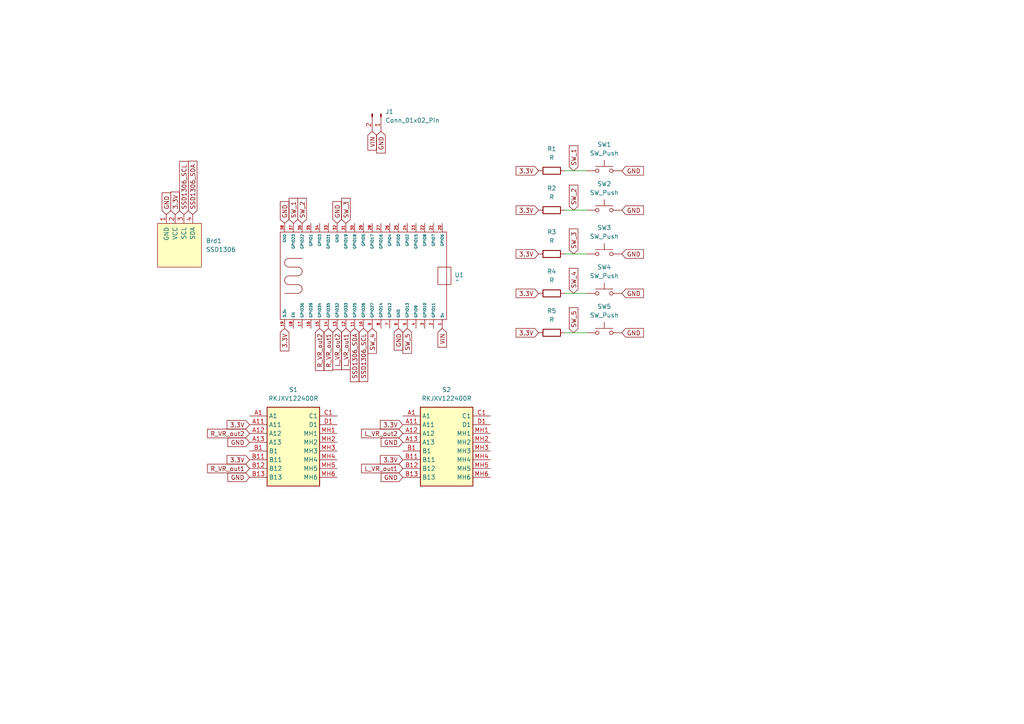
<source format=kicad_sch>
(kicad_sch
	(version 20231120)
	(generator "eeschema")
	(generator_version "8.0")
	(uuid "218b6521-73f1-4f9b-b716-f98256754ff6")
	(paper "A4")
	(lib_symbols
		(symbol "Connector:Conn_01x02_Pin"
			(pin_names
				(offset 1.016) hide)
			(exclude_from_sim no)
			(in_bom yes)
			(on_board yes)
			(property "Reference" "J"
				(at 0 2.54 0)
				(effects
					(font
						(size 1.27 1.27)
					)
				)
			)
			(property "Value" "Conn_01x02_Pin"
				(at 0 -5.08 0)
				(effects
					(font
						(size 1.27 1.27)
					)
				)
			)
			(property "Footprint" ""
				(at 0 0 0)
				(effects
					(font
						(size 1.27 1.27)
					)
					(hide yes)
				)
			)
			(property "Datasheet" "~"
				(at 0 0 0)
				(effects
					(font
						(size 1.27 1.27)
					)
					(hide yes)
				)
			)
			(property "Description" "Generic connector, single row, 01x02, script generated"
				(at 0 0 0)
				(effects
					(font
						(size 1.27 1.27)
					)
					(hide yes)
				)
			)
			(property "ki_locked" ""
				(at 0 0 0)
				(effects
					(font
						(size 1.27 1.27)
					)
				)
			)
			(property "ki_keywords" "connector"
				(at 0 0 0)
				(effects
					(font
						(size 1.27 1.27)
					)
					(hide yes)
				)
			)
			(property "ki_fp_filters" "Connector*:*_1x??_*"
				(at 0 0 0)
				(effects
					(font
						(size 1.27 1.27)
					)
					(hide yes)
				)
			)
			(symbol "Conn_01x02_Pin_1_1"
				(polyline
					(pts
						(xy 1.27 -2.54) (xy 0.8636 -2.54)
					)
					(stroke
						(width 0.1524)
						(type default)
					)
					(fill
						(type none)
					)
				)
				(polyline
					(pts
						(xy 1.27 0) (xy 0.8636 0)
					)
					(stroke
						(width 0.1524)
						(type default)
					)
					(fill
						(type none)
					)
				)
				(rectangle
					(start 0.8636 -2.413)
					(end 0 -2.667)
					(stroke
						(width 0.1524)
						(type default)
					)
					(fill
						(type outline)
					)
				)
				(rectangle
					(start 0.8636 0.127)
					(end 0 -0.127)
					(stroke
						(width 0.1524)
						(type default)
					)
					(fill
						(type outline)
					)
				)
				(pin passive line
					(at 5.08 0 180)
					(length 3.81)
					(name "Pin_1"
						(effects
							(font
								(size 1.27 1.27)
							)
						)
					)
					(number "1"
						(effects
							(font
								(size 1.27 1.27)
							)
						)
					)
				)
				(pin passive line
					(at 5.08 -2.54 180)
					(length 3.81)
					(name "Pin_2"
						(effects
							(font
								(size 1.27 1.27)
							)
						)
					)
					(number "2"
						(effects
							(font
								(size 1.27 1.27)
							)
						)
					)
				)
			)
		)
		(symbol "Device:R"
			(pin_numbers hide)
			(pin_names
				(offset 0)
			)
			(exclude_from_sim no)
			(in_bom yes)
			(on_board yes)
			(property "Reference" "R"
				(at 2.032 0 90)
				(effects
					(font
						(size 1.27 1.27)
					)
				)
			)
			(property "Value" "R"
				(at 0 0 90)
				(effects
					(font
						(size 1.27 1.27)
					)
				)
			)
			(property "Footprint" ""
				(at -1.778 0 90)
				(effects
					(font
						(size 1.27 1.27)
					)
					(hide yes)
				)
			)
			(property "Datasheet" "~"
				(at 0 0 0)
				(effects
					(font
						(size 1.27 1.27)
					)
					(hide yes)
				)
			)
			(property "Description" "Resistor"
				(at 0 0 0)
				(effects
					(font
						(size 1.27 1.27)
					)
					(hide yes)
				)
			)
			(property "ki_keywords" "R res resistor"
				(at 0 0 0)
				(effects
					(font
						(size 1.27 1.27)
					)
					(hide yes)
				)
			)
			(property "ki_fp_filters" "R_*"
				(at 0 0 0)
				(effects
					(font
						(size 1.27 1.27)
					)
					(hide yes)
				)
			)
			(symbol "R_0_1"
				(rectangle
					(start -1.016 -2.54)
					(end 1.016 2.54)
					(stroke
						(width 0.254)
						(type default)
					)
					(fill
						(type none)
					)
				)
			)
			(symbol "R_1_1"
				(pin passive line
					(at 0 3.81 270)
					(length 1.27)
					(name "~"
						(effects
							(font
								(size 1.27 1.27)
							)
						)
					)
					(number "1"
						(effects
							(font
								(size 1.27 1.27)
							)
						)
					)
				)
				(pin passive line
					(at 0 -3.81 90)
					(length 1.27)
					(name "~"
						(effects
							(font
								(size 1.27 1.27)
							)
						)
					)
					(number "2"
						(effects
							(font
								(size 1.27 1.27)
							)
						)
					)
				)
			)
		)
		(symbol "Switch:SW_Push"
			(pin_numbers hide)
			(pin_names
				(offset 1.016) hide)
			(exclude_from_sim no)
			(in_bom yes)
			(on_board yes)
			(property "Reference" "SW"
				(at 1.27 2.54 0)
				(effects
					(font
						(size 1.27 1.27)
					)
					(justify left)
				)
			)
			(property "Value" "SW_Push"
				(at 0 -1.524 0)
				(effects
					(font
						(size 1.27 1.27)
					)
				)
			)
			(property "Footprint" ""
				(at 0 5.08 0)
				(effects
					(font
						(size 1.27 1.27)
					)
					(hide yes)
				)
			)
			(property "Datasheet" "~"
				(at 0 5.08 0)
				(effects
					(font
						(size 1.27 1.27)
					)
					(hide yes)
				)
			)
			(property "Description" "Push button switch, generic, two pins"
				(at 0 0 0)
				(effects
					(font
						(size 1.27 1.27)
					)
					(hide yes)
				)
			)
			(property "ki_keywords" "switch normally-open pushbutton push-button"
				(at 0 0 0)
				(effects
					(font
						(size 1.27 1.27)
					)
					(hide yes)
				)
			)
			(symbol "SW_Push_0_1"
				(circle
					(center -2.032 0)
					(radius 0.508)
					(stroke
						(width 0)
						(type default)
					)
					(fill
						(type none)
					)
				)
				(polyline
					(pts
						(xy 0 1.27) (xy 0 3.048)
					)
					(stroke
						(width 0)
						(type default)
					)
					(fill
						(type none)
					)
				)
				(polyline
					(pts
						(xy 2.54 1.27) (xy -2.54 1.27)
					)
					(stroke
						(width 0)
						(type default)
					)
					(fill
						(type none)
					)
				)
				(circle
					(center 2.032 0)
					(radius 0.508)
					(stroke
						(width 0)
						(type default)
					)
					(fill
						(type none)
					)
				)
				(pin passive line
					(at -5.08 0 0)
					(length 2.54)
					(name "1"
						(effects
							(font
								(size 1.27 1.27)
							)
						)
					)
					(number "1"
						(effects
							(font
								(size 1.27 1.27)
							)
						)
					)
				)
				(pin passive line
					(at 5.08 0 180)
					(length 2.54)
					(name "2"
						(effects
							(font
								(size 1.27 1.27)
							)
						)
					)
					(number "2"
						(effects
							(font
								(size 1.27 1.27)
							)
						)
					)
				)
			)
		)
		(symbol "esp32_38pin:ESP32_38Pin"
			(exclude_from_sim no)
			(in_bom yes)
			(on_board yes)
			(property "Reference" "U"
				(at 0 0 0)
				(effects
					(font
						(size 1.27 1.27)
					)
				)
			)
			(property "Value" ""
				(at 0 0 0)
				(effects
					(font
						(size 1.27 1.27)
					)
				)
			)
			(property "Footprint" "ESP32_38pin"
				(at 0 -2.54 0)
				(effects
					(font
						(size 1.27 1.27)
					)
					(hide yes)
				)
			)
			(property "Datasheet" ""
				(at 0 0 0)
				(effects
					(font
						(size 1.27 1.27)
					)
					(hide yes)
				)
			)
			(property "Description" ""
				(at 0 0 0)
				(effects
					(font
						(size 1.27 1.27)
					)
					(hide yes)
				)
			)
			(symbol "ESP32_38Pin_0_1"
				(rectangle
					(start -24.13 12.7)
					(end 24.13 -12.7)
					(stroke
						(width 0)
						(type default)
					)
					(fill
						(type none)
					)
				)
				(arc
					(start -22.8675 -1.2775)
					(mid -22.4933 -2.1733)
					(end -21.5975 -2.5475)
					(stroke
						(width 0)
						(type default)
					)
					(fill
						(type none)
					)
				)
				(arc
					(start -22.8675 3.8025)
					(mid -22.4933 2.9067)
					(end -21.5975 2.5325)
					(stroke
						(width 0)
						(type default)
					)
					(fill
						(type none)
					)
				)
				(arc
					(start -21.59 0)
					(mid -22.4873 -0.3727)
					(end -22.86 -1.27)
					(stroke
						(width 0)
						(type default)
					)
					(fill
						(type none)
					)
				)
				(arc
					(start -21.59 5.08)
					(mid -22.4873 4.7073)
					(end -22.86 3.81)
					(stroke
						(width 0)
						(type default)
					)
					(fill
						(type none)
					)
				)
				(arc
					(start -19.0475 -5.0825)
					(mid -18.1502 -4.7098)
					(end -17.7775 -3.8125)
					(stroke
						(width 0)
						(type default)
					)
					(fill
						(type none)
					)
				)
				(arc
					(start -19.0475 -0.0025)
					(mid -18.1502 0.3702)
					(end -17.7775 1.2675)
					(stroke
						(width 0)
						(type default)
					)
					(fill
						(type none)
					)
				)
				(arc
					(start -17.77 -3.805)
					(mid -18.1442 -2.9092)
					(end -19.04 -2.535)
					(stroke
						(width 0)
						(type default)
					)
					(fill
						(type none)
					)
				)
				(arc
					(start -17.77 1.275)
					(mid -18.1442 2.1708)
					(end -19.04 2.545)
					(stroke
						(width 0)
						(type default)
					)
					(fill
						(type none)
					)
				)
				(polyline
					(pts
						(xy -21.59 -2.54) (xy -20.32 -2.54)
					)
					(stroke
						(width 0)
						(type default)
					)
					(fill
						(type none)
					)
				)
				(polyline
					(pts
						(xy -21.59 0) (xy -20.32 0)
					)
					(stroke
						(width 0)
						(type default)
					)
					(fill
						(type none)
					)
				)
				(polyline
					(pts
						(xy -21.59 2.54) (xy -20.32 2.54)
					)
					(stroke
						(width 0)
						(type default)
					)
					(fill
						(type none)
					)
				)
				(polyline
					(pts
						(xy -21.59 5.08) (xy -20.32 5.08)
					)
					(stroke
						(width 0)
						(type default)
					)
					(fill
						(type none)
					)
				)
				(polyline
					(pts
						(xy -20.32 -5.08) (xy -22.86 -5.08)
					)
					(stroke
						(width 0)
						(type default)
					)
					(fill
						(type none)
					)
				)
				(polyline
					(pts
						(xy -20.32 5.08) (xy -17.78 5.08)
					)
					(stroke
						(width 0)
						(type default)
					)
					(fill
						(type none)
					)
				)
				(polyline
					(pts
						(xy -19.0475 -5.0825) (xy -20.3175 -5.0825)
					)
					(stroke
						(width 0)
						(type default)
					)
					(fill
						(type none)
					)
				)
				(polyline
					(pts
						(xy -19.0475 -2.5425) (xy -20.3175 -2.5425)
					)
					(stroke
						(width 0)
						(type default)
					)
					(fill
						(type none)
					)
				)
				(polyline
					(pts
						(xy -19.0475 -0.0025) (xy -20.3175 -0.0025)
					)
					(stroke
						(width 0)
						(type default)
					)
					(fill
						(type none)
					)
				)
				(polyline
					(pts
						(xy -19.0475 2.5375) (xy -20.3175 2.5375)
					)
					(stroke
						(width 0)
						(type default)
					)
					(fill
						(type none)
					)
				)
				(rectangle
					(start 21.59 2.54)
					(end 25.4 -2.54)
					(stroke
						(width 0)
						(type default)
					)
					(fill
						(type none)
					)
				)
			)
			(symbol "ESP32_38Pin_1_1"
				(pin power_out line
					(at 22.86 -15.24 90)
					(length 2.54)
					(name "5v"
						(effects
							(font
								(size 0.7874 0.7874)
							)
						)
					)
					(number "1"
						(effects
							(font
								(size 0.7874 0.7874)
							)
						)
					)
				)
				(pin bidirectional line
					(at 0 -15.24 90)
					(length 2.54)
					(name "GPIO26"
						(effects
							(font
								(size 0.7874 0.7874)
							)
						)
					)
					(number "10"
						(effects
							(font
								(size 0.7874 0.7874)
							)
						)
					)
				)
				(pin bidirectional line
					(at -2.54 -15.24 90)
					(length 2.54)
					(name "GPIO25"
						(effects
							(font
								(size 0.7874 0.7874)
							)
						)
					)
					(number "11"
						(effects
							(font
								(size 0.7874 0.7874)
							)
						)
					)
				)
				(pin bidirectional line
					(at -5.08 -15.24 90)
					(length 2.54)
					(name "GPIO33"
						(effects
							(font
								(size 0.7874 0.7874)
							)
						)
					)
					(number "12"
						(effects
							(font
								(size 0.7874 0.7874)
							)
						)
					)
				)
				(pin bidirectional line
					(at -7.62 -15.24 90)
					(length 2.54)
					(name "GPIO32"
						(effects
							(font
								(size 0.7874 0.7874)
							)
						)
					)
					(number "13"
						(effects
							(font
								(size 0.7874 0.7874)
							)
						)
					)
				)
				(pin bidirectional line
					(at -10.16 -15.24 90)
					(length 2.54)
					(name "GPIO35"
						(effects
							(font
								(size 0.7874 0.7874)
							)
						)
					)
					(number "14"
						(effects
							(font
								(size 0.7874 0.7874)
							)
						)
					)
				)
				(pin bidirectional line
					(at -12.7 -15.24 90)
					(length 2.54)
					(name "GPIO34"
						(effects
							(font
								(size 0.7874 0.7874)
							)
						)
					)
					(number "15"
						(effects
							(font
								(size 0.7874 0.7874)
							)
						)
					)
				)
				(pin bidirectional line
					(at -15.24 -15.24 90)
					(length 2.54)
					(name "GPIO39"
						(effects
							(font
								(size 0.7874 0.7874)
							)
						)
					)
					(number "16"
						(effects
							(font
								(size 0.7874 0.7874)
							)
						)
					)
				)
				(pin bidirectional line
					(at -17.78 -15.24 90)
					(length 2.54)
					(name "GPIO36"
						(effects
							(font
								(size 0.7874 0.7874)
							)
						)
					)
					(number "17"
						(effects
							(font
								(size 0.7874 0.7874)
							)
						)
					)
				)
				(pin bidirectional line
					(at -20.32 -15.24 90)
					(length 2.54)
					(name "EN"
						(effects
							(font
								(size 0.7874 0.7874)
							)
						)
					)
					(number "18"
						(effects
							(font
								(size 0.7874 0.7874)
							)
						)
					)
				)
				(pin output line
					(at -22.86 -15.24 90)
					(length 2.54)
					(name "3.3v"
						(effects
							(font
								(size 0.7874 0.7874)
							)
						)
					)
					(number "19"
						(effects
							(font
								(size 0.7874 0.7874)
							)
						)
					)
				)
				(pin bidirectional line
					(at 20.32 -15.24 90)
					(length 2.54)
					(name "GPIO11"
						(effects
							(font
								(size 0.7874 0.7874)
							)
						)
					)
					(number "2"
						(effects
							(font
								(size 0.7874 0.7874)
							)
						)
					)
				)
				(pin bidirectional line
					(at 22.86 15.24 270)
					(length 2.54)
					(name "GPIO6"
						(effects
							(font
								(size 0.7874 0.7874)
							)
						)
					)
					(number "20"
						(effects
							(font
								(size 0.7874 0.7874)
							)
						)
					)
				)
				(pin bidirectional line
					(at 20.32 15.24 270)
					(length 2.54)
					(name "GPIO7"
						(effects
							(font
								(size 0.7874 0.7874)
							)
						)
					)
					(number "21"
						(effects
							(font
								(size 0.7874 0.7874)
							)
						)
					)
				)
				(pin bidirectional line
					(at 17.78 15.24 270)
					(length 2.54)
					(name "GPIO8"
						(effects
							(font
								(size 0.7874 0.7874)
							)
						)
					)
					(number "22"
						(effects
							(font
								(size 0.7874 0.7874)
							)
						)
					)
				)
				(pin bidirectional line
					(at 15.24 15.24 270)
					(length 2.54)
					(name "GPIO15"
						(effects
							(font
								(size 0.7874 0.7874)
							)
						)
					)
					(number "23"
						(effects
							(font
								(size 0.7874 0.7874)
							)
						)
					)
				)
				(pin bidirectional line
					(at 12.7 15.24 270)
					(length 2.54)
					(name "GPIO2"
						(effects
							(font
								(size 0.7874 0.7874)
							)
						)
					)
					(number "24"
						(effects
							(font
								(size 0.7874 0.7874)
							)
						)
					)
				)
				(pin bidirectional line
					(at 10.16 15.24 270)
					(length 2.54)
					(name "GPIO0"
						(effects
							(font
								(size 0.7874 0.7874)
							)
						)
					)
					(number "25"
						(effects
							(font
								(size 0.7874 0.7874)
							)
						)
					)
				)
				(pin bidirectional line
					(at 7.62 15.24 270)
					(length 2.54)
					(name "GPIO4"
						(effects
							(font
								(size 0.7874 0.7874)
							)
						)
					)
					(number "26"
						(effects
							(font
								(size 0.7874 0.7874)
							)
						)
					)
				)
				(pin bidirectional line
					(at 5.08 15.24 270)
					(length 2.54)
					(name "GPIO16"
						(effects
							(font
								(size 0.7874 0.7874)
							)
						)
					)
					(number "27"
						(effects
							(font
								(size 0.7874 0.7874)
							)
						)
					)
				)
				(pin bidirectional line
					(at 2.54 15.24 270)
					(length 2.54)
					(name "GPIO17"
						(effects
							(font
								(size 0.7874 0.7874)
							)
						)
					)
					(number "28"
						(effects
							(font
								(size 0.7874 0.7874)
							)
						)
					)
				)
				(pin bidirectional line
					(at 0 15.24 270)
					(length 2.54)
					(name "GPIO5"
						(effects
							(font
								(size 0.7874 0.7874)
							)
						)
					)
					(number "29"
						(effects
							(font
								(size 0.7874 0.7874)
							)
						)
					)
				)
				(pin bidirectional line
					(at 17.78 -15.24 90)
					(length 2.54)
					(name "GPIO10"
						(effects
							(font
								(size 0.7874 0.7874)
							)
						)
					)
					(number "3"
						(effects
							(font
								(size 0.7874 0.7874)
							)
						)
					)
				)
				(pin bidirectional line
					(at -2.54 15.24 270)
					(length 2.54)
					(name "GPIO18"
						(effects
							(font
								(size 0.7874 0.7874)
							)
						)
					)
					(number "30"
						(effects
							(font
								(size 0.7874 0.7874)
							)
						)
					)
				)
				(pin bidirectional line
					(at -5.08 15.24 270)
					(length 2.54)
					(name "GPIO19"
						(effects
							(font
								(size 0.7874 0.7874)
							)
						)
					)
					(number "31"
						(effects
							(font
								(size 0.7874 0.7874)
							)
						)
					)
				)
				(pin power_in line
					(at -7.62 15.24 270)
					(length 2.54)
					(name "GND"
						(effects
							(font
								(size 0.7874 0.7874)
							)
						)
					)
					(number "32"
						(effects
							(font
								(size 0.7874 0.7874)
							)
						)
					)
				)
				(pin bidirectional line
					(at -10.16 15.24 270)
					(length 2.54)
					(name "GPIO21"
						(effects
							(font
								(size 0.7874 0.7874)
							)
						)
					)
					(number "33"
						(effects
							(font
								(size 0.7874 0.7874)
							)
						)
					)
				)
				(pin bidirectional line
					(at -12.7 15.24 270)
					(length 2.54)
					(name "GPIO3"
						(effects
							(font
								(size 0.7874 0.7874)
							)
						)
					)
					(number "34"
						(effects
							(font
								(size 0.7874 0.7874)
							)
						)
					)
				)
				(pin bidirectional line
					(at -15.24 15.24 270)
					(length 2.54)
					(name "GPIO1"
						(effects
							(font
								(size 0.7874 0.7874)
							)
						)
					)
					(number "35"
						(effects
							(font
								(size 0.7874 0.7874)
							)
						)
					)
				)
				(pin bidirectional line
					(at -17.78 15.24 270)
					(length 2.54)
					(name "GPIO22"
						(effects
							(font
								(size 0.7874 0.7874)
							)
						)
					)
					(number "36"
						(effects
							(font
								(size 0.7874 0.7874)
							)
						)
					)
				)
				(pin bidirectional line
					(at -20.32 15.24 270)
					(length 2.54)
					(name "GPIO23"
						(effects
							(font
								(size 0.7874 0.7874)
							)
						)
					)
					(number "37"
						(effects
							(font
								(size 0.7874 0.7874)
							)
						)
					)
				)
				(pin power_in line
					(at -22.86 15.24 270)
					(length 2.54)
					(name "GND"
						(effects
							(font
								(size 0.7874 0.7874)
							)
						)
					)
					(number "38"
						(effects
							(font
								(size 0.7874 0.7874)
							)
						)
					)
				)
				(pin bidirectional line
					(at 15.24 -15.24 90)
					(length 2.54)
					(name "GPIO9"
						(effects
							(font
								(size 0.7874 0.7874)
							)
						)
					)
					(number "4"
						(effects
							(font
								(size 0.7874 0.7874)
							)
						)
					)
				)
				(pin bidirectional line
					(at 12.7 -15.24 90)
					(length 2.54)
					(name "GPIO13"
						(effects
							(font
								(size 0.7874 0.7874)
							)
						)
					)
					(number "5"
						(effects
							(font
								(size 0.7874 0.7874)
							)
						)
					)
				)
				(pin power_in line
					(at 10.16 -15.24 90)
					(length 2.54)
					(name "GND"
						(effects
							(font
								(size 0.7874 0.7874)
							)
						)
					)
					(number "6"
						(effects
							(font
								(size 0.7874 0.7874)
							)
						)
					)
				)
				(pin bidirectional line
					(at 7.62 -15.24 90)
					(length 2.54)
					(name "GPIO12"
						(effects
							(font
								(size 0.7874 0.7874)
							)
						)
					)
					(number "7"
						(effects
							(font
								(size 0.7874 0.7874)
							)
						)
					)
				)
				(pin bidirectional line
					(at 5.08 -15.24 90)
					(length 2.54)
					(name "GPIO14"
						(effects
							(font
								(size 0.7874 0.7874)
							)
						)
					)
					(number "8"
						(effects
							(font
								(size 0.7874 0.7874)
							)
						)
					)
				)
				(pin bidirectional line
					(at 2.54 -15.24 90)
					(length 2.54)
					(name "GPIO27"
						(effects
							(font
								(size 0.7874 0.7874)
							)
						)
					)
					(number "9"
						(effects
							(font
								(size 0.7874 0.7874)
							)
						)
					)
				)
			)
		)
		(symbol "joysticks:RKJXV122400R"
			(exclude_from_sim no)
			(in_bom yes)
			(on_board yes)
			(property "Reference" "S"
				(at 21.59 7.62 0)
				(effects
					(font
						(size 1.27 1.27)
					)
					(justify left top)
				)
			)
			(property "Value" "RKJXV122400R"
				(at 21.59 5.08 0)
				(effects
					(font
						(size 1.27 1.27)
					)
					(justify left top)
				)
			)
			(property "Footprint" "RKJXV122400R"
				(at 21.59 -94.92 0)
				(effects
					(font
						(size 1.27 1.27)
					)
					(justify left top)
					(hide yes)
				)
			)
			(property "Datasheet" "https://tech.alpsalpine.com/prod/e/html/multicontrol/potentiometer/rkjxk/rkjxv122400r.html"
				(at 21.59 -194.92 0)
				(effects
					(font
						(size 1.27 1.27)
					)
					(justify left top)
					(hide yes)
				)
			)
			(property "Description" "Multi Control Devices Potentiometer Type ThumbPointer (Stick Controller) RKJXV Series"
				(at 0 0 0)
				(effects
					(font
						(size 1.27 1.27)
					)
					(hide yes)
				)
			)
			(property "Height" "18.95"
				(at 21.59 -394.92 0)
				(effects
					(font
						(size 1.27 1.27)
					)
					(justify left top)
					(hide yes)
				)
			)
			(property "Mouser Part Number" "688-RKJXV122400R"
				(at 21.59 -494.92 0)
				(effects
					(font
						(size 1.27 1.27)
					)
					(justify left top)
					(hide yes)
				)
			)
			(property "Mouser Price/Stock" "https://www.mouser.co.uk/ProductDetail/Alps-Alpine/RKJXV122400R?qs=GedFDFLaBXEbB%252ByoOVwLBg%3D%3D"
				(at 21.59 -594.92 0)
				(effects
					(font
						(size 1.27 1.27)
					)
					(justify left top)
					(hide yes)
				)
			)
			(property "Manufacturer_Name" "ALPS Electric"
				(at 21.59 -694.92 0)
				(effects
					(font
						(size 1.27 1.27)
					)
					(justify left top)
					(hide yes)
				)
			)
			(property "Manufacturer_Part_Number" "RKJXV122400R"
				(at 21.59 -794.92 0)
				(effects
					(font
						(size 1.27 1.27)
					)
					(justify left top)
					(hide yes)
				)
			)
			(symbol "RKJXV122400R_1_1"
				(rectangle
					(start 5.08 2.54)
					(end 20.32 -20.32)
					(stroke
						(width 0.254)
						(type default)
					)
					(fill
						(type background)
					)
				)
				(pin passive line
					(at 0 0 0)
					(length 5.08)
					(name "A1"
						(effects
							(font
								(size 1.27 1.27)
							)
						)
					)
					(number "A1"
						(effects
							(font
								(size 1.27 1.27)
							)
						)
					)
				)
				(pin passive line
					(at 0 -2.54 0)
					(length 5.08)
					(name "A11"
						(effects
							(font
								(size 1.27 1.27)
							)
						)
					)
					(number "A11"
						(effects
							(font
								(size 1.27 1.27)
							)
						)
					)
				)
				(pin passive line
					(at 0 -5.08 0)
					(length 5.08)
					(name "A12"
						(effects
							(font
								(size 1.27 1.27)
							)
						)
					)
					(number "A12"
						(effects
							(font
								(size 1.27 1.27)
							)
						)
					)
				)
				(pin passive line
					(at 0 -7.62 0)
					(length 5.08)
					(name "A13"
						(effects
							(font
								(size 1.27 1.27)
							)
						)
					)
					(number "A13"
						(effects
							(font
								(size 1.27 1.27)
							)
						)
					)
				)
				(pin passive line
					(at 0 -10.16 0)
					(length 5.08)
					(name "B1"
						(effects
							(font
								(size 1.27 1.27)
							)
						)
					)
					(number "B1"
						(effects
							(font
								(size 1.27 1.27)
							)
						)
					)
				)
				(pin passive line
					(at 0 -12.7 0)
					(length 5.08)
					(name "B11"
						(effects
							(font
								(size 1.27 1.27)
							)
						)
					)
					(number "B11"
						(effects
							(font
								(size 1.27 1.27)
							)
						)
					)
				)
				(pin passive line
					(at 0 -15.24 0)
					(length 5.08)
					(name "B12"
						(effects
							(font
								(size 1.27 1.27)
							)
						)
					)
					(number "B12"
						(effects
							(font
								(size 1.27 1.27)
							)
						)
					)
				)
				(pin passive line
					(at 0 -17.78 0)
					(length 5.08)
					(name "B13"
						(effects
							(font
								(size 1.27 1.27)
							)
						)
					)
					(number "B13"
						(effects
							(font
								(size 1.27 1.27)
							)
						)
					)
				)
				(pin passive line
					(at 25.4 0 180)
					(length 5.08)
					(name "C1"
						(effects
							(font
								(size 1.27 1.27)
							)
						)
					)
					(number "C1"
						(effects
							(font
								(size 1.27 1.27)
							)
						)
					)
				)
				(pin passive line
					(at 25.4 -2.54 180)
					(length 5.08)
					(name "D1"
						(effects
							(font
								(size 1.27 1.27)
							)
						)
					)
					(number "D1"
						(effects
							(font
								(size 1.27 1.27)
							)
						)
					)
				)
				(pin passive line
					(at 25.4 -5.08 180)
					(length 5.08)
					(name "MH1"
						(effects
							(font
								(size 1.27 1.27)
							)
						)
					)
					(number "MH1"
						(effects
							(font
								(size 1.27 1.27)
							)
						)
					)
				)
				(pin passive line
					(at 25.4 -7.62 180)
					(length 5.08)
					(name "MH2"
						(effects
							(font
								(size 1.27 1.27)
							)
						)
					)
					(number "MH2"
						(effects
							(font
								(size 1.27 1.27)
							)
						)
					)
				)
				(pin passive line
					(at 25.4 -10.16 180)
					(length 5.08)
					(name "MH3"
						(effects
							(font
								(size 1.27 1.27)
							)
						)
					)
					(number "MH3"
						(effects
							(font
								(size 1.27 1.27)
							)
						)
					)
				)
				(pin passive line
					(at 25.4 -12.7 180)
					(length 5.08)
					(name "MH4"
						(effects
							(font
								(size 1.27 1.27)
							)
						)
					)
					(number "MH4"
						(effects
							(font
								(size 1.27 1.27)
							)
						)
					)
				)
				(pin passive line
					(at 25.4 -15.24 180)
					(length 5.08)
					(name "MH5"
						(effects
							(font
								(size 1.27 1.27)
							)
						)
					)
					(number "MH5"
						(effects
							(font
								(size 1.27 1.27)
							)
						)
					)
				)
				(pin passive line
					(at 25.4 -17.78 180)
					(length 5.08)
					(name "MH6"
						(effects
							(font
								(size 1.27 1.27)
							)
						)
					)
					(number "MH6"
						(effects
							(font
								(size 1.27 1.27)
							)
						)
					)
				)
			)
		)
		(symbol "ssd1306:SSD1306"
			(pin_names
				(offset 1.016)
			)
			(exclude_from_sim no)
			(in_bom yes)
			(on_board yes)
			(property "Reference" "Brd"
				(at 0 -3.81 0)
				(effects
					(font
						(size 1.27 1.27)
					)
				)
			)
			(property "Value" "SSD1306"
				(at 0 -1.27 0)
				(effects
					(font
						(size 1.27 1.27)
					)
				)
			)
			(property "Footprint" ""
				(at 0 6.35 0)
				(effects
					(font
						(size 1.27 1.27)
					)
					(hide yes)
				)
			)
			(property "Datasheet" ""
				(at 0 6.35 0)
				(effects
					(font
						(size 1.27 1.27)
					)
					(hide yes)
				)
			)
			(property "Description" "SSD1306 OLED"
				(at 0 0 0)
				(effects
					(font
						(size 1.27 1.27)
					)
					(hide yes)
				)
			)
			(property "ki_keywords" "SSD1306"
				(at 0 0 0)
				(effects
					(font
						(size 1.27 1.27)
					)
					(hide yes)
				)
			)
			(property "ki_fp_filters" "SSD1306-128x64_OLED:SSD1306"
				(at 0 0 0)
				(effects
					(font
						(size 1.27 1.27)
					)
					(hide yes)
				)
			)
			(symbol "SSD1306_0_1"
				(rectangle
					(start -6.35 6.35)
					(end 6.35 -6.35)
					(stroke
						(width 0)
						(type solid)
					)
					(fill
						(type background)
					)
				)
			)
			(symbol "SSD1306_1_1"
				(pin input line
					(at -3.81 8.89 270)
					(length 2.54)
					(name "GND"
						(effects
							(font
								(size 1.27 1.27)
							)
						)
					)
					(number "1"
						(effects
							(font
								(size 1.27 1.27)
							)
						)
					)
				)
				(pin input line
					(at -1.27 8.89 270)
					(length 2.54)
					(name "VCC"
						(effects
							(font
								(size 1.27 1.27)
							)
						)
					)
					(number "2"
						(effects
							(font
								(size 1.27 1.27)
							)
						)
					)
				)
				(pin input line
					(at 1.27 8.89 270)
					(length 2.54)
					(name "SCL"
						(effects
							(font
								(size 1.27 1.27)
							)
						)
					)
					(number "3"
						(effects
							(font
								(size 1.27 1.27)
							)
						)
					)
				)
				(pin input line
					(at 3.81 8.89 270)
					(length 2.54)
					(name "SDA"
						(effects
							(font
								(size 1.27 1.27)
							)
						)
					)
					(number "4"
						(effects
							(font
								(size 1.27 1.27)
							)
						)
					)
				)
			)
		)
	)
	(wire
		(pts
			(xy 163.83 49.53) (xy 170.18 49.53)
		)
		(stroke
			(width 0)
			(type default)
		)
		(uuid "18a98e09-c756-4b27-821b-30b735d19a80")
	)
	(wire
		(pts
			(xy 163.83 85.09) (xy 170.18 85.09)
		)
		(stroke
			(width 0)
			(type default)
		)
		(uuid "300b3c18-5e90-4c90-b911-0528ce862715")
	)
	(wire
		(pts
			(xy 163.83 96.52) (xy 170.18 96.52)
		)
		(stroke
			(width 0)
			(type default)
		)
		(uuid "317bc9aa-c137-45cf-a5d9-e18300da5a2a")
	)
	(wire
		(pts
			(xy 163.83 60.96) (xy 170.18 60.96)
		)
		(stroke
			(width 0)
			(type default)
		)
		(uuid "c1c9c29a-84c7-4cfb-ad9f-923cb60b0358")
	)
	(wire
		(pts
			(xy 163.83 73.66) (xy 170.18 73.66)
		)
		(stroke
			(width 0)
			(type default)
		)
		(uuid "c7e4b2d4-7dc5-4265-b150-bdffe7b345b2")
	)
	(global_label "SW_4"
		(shape input)
		(at 107.95 95.25 270)
		(fields_autoplaced yes)
		(effects
			(font
				(size 1.27 1.27)
			)
			(justify right)
		)
		(uuid "0272a898-8755-4178-a5e9-778a9a50f1e0")
		(property "Intersheetrefs" "${INTERSHEET_REFS}"
			(at 107.95 103.0732 90)
			(effects
				(font
					(size 1.27 1.27)
				)
				(justify right)
				(hide yes)
			)
		)
	)
	(global_label "GND"
		(shape input)
		(at 97.79 64.77 90)
		(fields_autoplaced yes)
		(effects
			(font
				(size 1.27 1.27)
			)
			(justify left)
		)
		(uuid "09c712b8-5d19-4709-aad0-01638600e2e7")
		(property "Intersheetrefs" "${INTERSHEET_REFS}"
			(at 97.79 57.9143 90)
			(effects
				(font
					(size 1.27 1.27)
				)
				(justify left)
				(hide yes)
			)
		)
	)
	(global_label "GND"
		(shape input)
		(at 180.34 60.96 0)
		(fields_autoplaced yes)
		(effects
			(font
				(size 1.27 1.27)
			)
			(justify left)
		)
		(uuid "14e9fa7c-4626-41cf-beff-d7ee6a704bfd")
		(property "Intersheetrefs" "${INTERSHEET_REFS}"
			(at 187.1957 60.96 0)
			(effects
				(font
					(size 1.27 1.27)
				)
				(justify left)
				(hide yes)
			)
		)
	)
	(global_label "3.3V"
		(shape input)
		(at 156.21 85.09 180)
		(fields_autoplaced yes)
		(effects
			(font
				(size 1.27 1.27)
			)
			(justify right)
		)
		(uuid "17cb78e0-9084-4482-bb6e-08c81d842255")
		(property "Intersheetrefs" "${INTERSHEET_REFS}"
			(at 149.1124 85.09 0)
			(effects
				(font
					(size 1.27 1.27)
				)
				(justify right)
				(hide yes)
			)
		)
	)
	(global_label "SSD1306_SCL"
		(shape input)
		(at 105.41 95.25 270)
		(fields_autoplaced yes)
		(effects
			(font
				(size 1.27 1.27)
			)
			(justify right)
		)
		(uuid "1e972c8a-0e4e-44ca-bcd5-fae99181fc25")
		(property "Intersheetrefs" "${INTERSHEET_REFS}"
			(at 105.41 111.2374 90)
			(effects
				(font
					(size 1.27 1.27)
				)
				(justify right)
				(hide yes)
			)
		)
	)
	(global_label "3.3V"
		(shape input)
		(at 82.55 95.25 270)
		(fields_autoplaced yes)
		(effects
			(font
				(size 1.27 1.27)
			)
			(justify right)
		)
		(uuid "2309e017-817c-4023-9b97-7b3eab7baa5b")
		(property "Intersheetrefs" "${INTERSHEET_REFS}"
			(at 82.55 102.3476 90)
			(effects
				(font
					(size 1.27 1.27)
				)
				(justify right)
				(hide yes)
			)
		)
	)
	(global_label "GND"
		(shape input)
		(at 82.55 64.77 90)
		(fields_autoplaced yes)
		(effects
			(font
				(size 1.27 1.27)
			)
			(justify left)
		)
		(uuid "2f11c175-b24c-4850-b777-b5ef10a13da9")
		(property "Intersheetrefs" "${INTERSHEET_REFS}"
			(at 82.55 57.9143 90)
			(effects
				(font
					(size 1.27 1.27)
				)
				(justify left)
				(hide yes)
			)
		)
	)
	(global_label "GND"
		(shape input)
		(at 72.39 128.27 180)
		(fields_autoplaced yes)
		(effects
			(font
				(size 1.27 1.27)
			)
			(justify right)
		)
		(uuid "37b3ee5c-5205-4b6c-abff-ac7f08932870")
		(property "Intersheetrefs" "${INTERSHEET_REFS}"
			(at 65.5343 128.27 0)
			(effects
				(font
					(size 1.27 1.27)
				)
				(justify right)
				(hide yes)
			)
		)
	)
	(global_label "SW_2"
		(shape input)
		(at 87.63 64.77 90)
		(fields_autoplaced yes)
		(effects
			(font
				(size 1.27 1.27)
			)
			(justify left)
		)
		(uuid "3ebb2970-fe74-4f2d-b3d0-40103a82bcea")
		(property "Intersheetrefs" "${INTERSHEET_REFS}"
			(at 87.63 56.9468 90)
			(effects
				(font
					(size 1.27 1.27)
				)
				(justify left)
				(hide yes)
			)
		)
	)
	(global_label "GND"
		(shape input)
		(at 115.57 95.25 270)
		(fields_autoplaced yes)
		(effects
			(font
				(size 1.27 1.27)
			)
			(justify right)
		)
		(uuid "43f5951e-a589-46ee-8183-1a7bb5aeb84d")
		(property "Intersheetrefs" "${INTERSHEET_REFS}"
			(at 115.57 102.1057 90)
			(effects
				(font
					(size 1.27 1.27)
				)
				(justify right)
				(hide yes)
			)
		)
	)
	(global_label "GND"
		(shape input)
		(at 116.84 128.27 180)
		(fields_autoplaced yes)
		(effects
			(font
				(size 1.27 1.27)
			)
			(justify right)
		)
		(uuid "44497e39-9df6-4775-8f50-2298498489e7")
		(property "Intersheetrefs" "${INTERSHEET_REFS}"
			(at 109.9843 128.27 0)
			(effects
				(font
					(size 1.27 1.27)
				)
				(justify right)
				(hide yes)
			)
		)
	)
	(global_label "GND"
		(shape input)
		(at 180.34 73.66 0)
		(fields_autoplaced yes)
		(effects
			(font
				(size 1.27 1.27)
			)
			(justify left)
		)
		(uuid "471605de-a1a8-4f0d-88ab-b2d84d124c26")
		(property "Intersheetrefs" "${INTERSHEET_REFS}"
			(at 187.1957 73.66 0)
			(effects
				(font
					(size 1.27 1.27)
				)
				(justify left)
				(hide yes)
			)
		)
	)
	(global_label "3.3V"
		(shape input)
		(at 156.21 49.53 180)
		(fields_autoplaced yes)
		(effects
			(font
				(size 1.27 1.27)
			)
			(justify right)
		)
		(uuid "4b99f463-c33d-4cff-ba24-4df60c071edd")
		(property "Intersheetrefs" "${INTERSHEET_REFS}"
			(at 149.1124 49.53 0)
			(effects
				(font
					(size 1.27 1.27)
				)
				(justify right)
				(hide yes)
			)
		)
	)
	(global_label "3.3V"
		(shape input)
		(at 116.84 133.35 180)
		(fields_autoplaced yes)
		(effects
			(font
				(size 1.27 1.27)
			)
			(justify right)
		)
		(uuid "4cfed906-ae90-4eee-adb2-1aa25ccc4cf7")
		(property "Intersheetrefs" "${INTERSHEET_REFS}"
			(at 109.7424 133.35 0)
			(effects
				(font
					(size 1.27 1.27)
				)
				(justify right)
				(hide yes)
			)
		)
	)
	(global_label "GND"
		(shape input)
		(at 180.34 85.09 0)
		(fields_autoplaced yes)
		(effects
			(font
				(size 1.27 1.27)
			)
			(justify left)
		)
		(uuid "5d768b03-7c6f-49ac-ac13-2a727d035f43")
		(property "Intersheetrefs" "${INTERSHEET_REFS}"
			(at 187.1957 85.09 0)
			(effects
				(font
					(size 1.27 1.27)
				)
				(justify left)
				(hide yes)
			)
		)
	)
	(global_label "SW_5"
		(shape input)
		(at 118.11 95.25 270)
		(fields_autoplaced yes)
		(effects
			(font
				(size 1.27 1.27)
			)
			(justify right)
		)
		(uuid "617b7e0d-7542-49c1-866e-b60c62c1f0b8")
		(property "Intersheetrefs" "${INTERSHEET_REFS}"
			(at 118.11 103.0732 90)
			(effects
				(font
					(size 1.27 1.27)
				)
				(justify right)
				(hide yes)
			)
		)
	)
	(global_label "SW_1"
		(shape input)
		(at 85.09 64.77 90)
		(fields_autoplaced yes)
		(effects
			(font
				(size 1.27 1.27)
			)
			(justify left)
		)
		(uuid "6bdc05b7-7401-4cb5-a9a1-eeed55383f15")
		(property "Intersheetrefs" "${INTERSHEET_REFS}"
			(at 85.09 56.9468 90)
			(effects
				(font
					(size 1.27 1.27)
				)
				(justify left)
				(hide yes)
			)
		)
	)
	(global_label "L_VR_out1"
		(shape input)
		(at 100.33 95.25 270)
		(fields_autoplaced yes)
		(effects
			(font
				(size 1.27 1.27)
			)
			(justify right)
		)
		(uuid "6cf9f1ee-e2ea-41ce-a5d1-7369719def21")
		(property "Intersheetrefs" "${INTERSHEET_REFS}"
			(at 100.33 107.7903 90)
			(effects
				(font
					(size 1.27 1.27)
				)
				(justify right)
				(hide yes)
			)
		)
	)
	(global_label "L_VR_out2"
		(shape input)
		(at 116.84 125.73 180)
		(fields_autoplaced yes)
		(effects
			(font
				(size 1.27 1.27)
			)
			(justify right)
		)
		(uuid "6f702a5d-45c5-4227-afff-52eff50c15a5")
		(property "Intersheetrefs" "${INTERSHEET_REFS}"
			(at 104.2997 125.73 0)
			(effects
				(font
					(size 1.27 1.27)
				)
				(justify right)
				(hide yes)
			)
		)
	)
	(global_label "SSD1306_SCL"
		(shape input)
		(at 53.34 62.23 90)
		(fields_autoplaced yes)
		(effects
			(font
				(size 1.27 1.27)
			)
			(justify left)
		)
		(uuid "7c4f771d-f4a1-4864-b34c-d52927745a7b")
		(property "Intersheetrefs" "${INTERSHEET_REFS}"
			(at 53.34 46.2426 90)
			(effects
				(font
					(size 1.27 1.27)
				)
				(justify left)
				(hide yes)
			)
		)
	)
	(global_label "GND"
		(shape input)
		(at 48.26 62.23 90)
		(fields_autoplaced yes)
		(effects
			(font
				(size 1.27 1.27)
			)
			(justify left)
		)
		(uuid "7d34e101-9020-4699-98c2-5fae2be90953")
		(property "Intersheetrefs" "${INTERSHEET_REFS}"
			(at 48.26 55.3743 90)
			(effects
				(font
					(size 1.27 1.27)
				)
				(justify left)
				(hide yes)
			)
		)
	)
	(global_label "SW_4"
		(shape input)
		(at 166.37 85.09 90)
		(fields_autoplaced yes)
		(effects
			(font
				(size 1.27 1.27)
			)
			(justify left)
		)
		(uuid "7dc15ce5-b177-4384-a343-c54316c3d09a")
		(property "Intersheetrefs" "${INTERSHEET_REFS}"
			(at 166.37 77.2668 90)
			(effects
				(font
					(size 1.27 1.27)
				)
				(justify left)
				(hide yes)
			)
		)
	)
	(global_label "SW_3"
		(shape input)
		(at 100.33 64.77 90)
		(fields_autoplaced yes)
		(effects
			(font
				(size 1.27 1.27)
			)
			(justify left)
		)
		(uuid "7e31ccee-ef6c-4446-8e4b-ca8a0e6a9a81")
		(property "Intersheetrefs" "${INTERSHEET_REFS}"
			(at 100.33 56.9468 90)
			(effects
				(font
					(size 1.27 1.27)
				)
				(justify left)
				(hide yes)
			)
		)
	)
	(global_label "SW_3"
		(shape input)
		(at 166.37 73.66 90)
		(fields_autoplaced yes)
		(effects
			(font
				(size 1.27 1.27)
			)
			(justify left)
		)
		(uuid "8442b4b3-bdd2-46fe-9379-5a51386b5d76")
		(property "Intersheetrefs" "${INTERSHEET_REFS}"
			(at 166.37 65.8368 90)
			(effects
				(font
					(size 1.27 1.27)
				)
				(justify left)
				(hide yes)
			)
		)
	)
	(global_label "GND"
		(shape input)
		(at 180.34 96.52 0)
		(fields_autoplaced yes)
		(effects
			(font
				(size 1.27 1.27)
			)
			(justify left)
		)
		(uuid "863b7a4e-d3a1-4114-8b67-5b233d582962")
		(property "Intersheetrefs" "${INTERSHEET_REFS}"
			(at 187.1957 96.52 0)
			(effects
				(font
					(size 1.27 1.27)
				)
				(justify left)
				(hide yes)
			)
		)
	)
	(global_label "SW_1"
		(shape input)
		(at 166.37 49.53 90)
		(fields_autoplaced yes)
		(effects
			(font
				(size 1.27 1.27)
			)
			(justify left)
		)
		(uuid "8efa0c7c-9a96-4388-85db-3109c99aae73")
		(property "Intersheetrefs" "${INTERSHEET_REFS}"
			(at 166.37 41.7068 90)
			(effects
				(font
					(size 1.27 1.27)
				)
				(justify left)
				(hide yes)
			)
		)
	)
	(global_label "GND"
		(shape input)
		(at 72.39 138.43 180)
		(fields_autoplaced yes)
		(effects
			(font
				(size 1.27 1.27)
			)
			(justify right)
		)
		(uuid "9606bc36-bf9a-4701-890d-ca8b177ef9cc")
		(property "Intersheetrefs" "${INTERSHEET_REFS}"
			(at 65.5343 138.43 0)
			(effects
				(font
					(size 1.27 1.27)
				)
				(justify right)
				(hide yes)
			)
		)
	)
	(global_label "GND"
		(shape input)
		(at 180.34 49.53 0)
		(fields_autoplaced yes)
		(effects
			(font
				(size 1.27 1.27)
			)
			(justify left)
		)
		(uuid "96731dea-c107-491d-9af2-b8f2ef01c5ac")
		(property "Intersheetrefs" "${INTERSHEET_REFS}"
			(at 187.1957 49.53 0)
			(effects
				(font
					(size 1.27 1.27)
				)
				(justify left)
				(hide yes)
			)
		)
	)
	(global_label "3.3V"
		(shape input)
		(at 116.84 123.19 180)
		(fields_autoplaced yes)
		(effects
			(font
				(size 1.27 1.27)
			)
			(justify right)
		)
		(uuid "96ac07c5-b5c7-4579-b47e-09c4c574f4ba")
		(property "Intersheetrefs" "${INTERSHEET_REFS}"
			(at 109.7424 123.19 0)
			(effects
				(font
					(size 1.27 1.27)
				)
				(justify right)
				(hide yes)
			)
		)
	)
	(global_label "L_VR_out1"
		(shape input)
		(at 116.84 135.89 180)
		(fields_autoplaced yes)
		(effects
			(font
				(size 1.27 1.27)
			)
			(justify right)
		)
		(uuid "9ff03dfe-f75c-4bd0-aac7-7f9ec6654597")
		(property "Intersheetrefs" "${INTERSHEET_REFS}"
			(at 104.2997 135.89 0)
			(effects
				(font
					(size 1.27 1.27)
				)
				(justify right)
				(hide yes)
			)
		)
	)
	(global_label "3.3V"
		(shape input)
		(at 156.21 73.66 180)
		(fields_autoplaced yes)
		(effects
			(font
				(size 1.27 1.27)
			)
			(justify right)
		)
		(uuid "af01dc05-280d-434f-a2d1-79dbfac076a3")
		(property "Intersheetrefs" "${INTERSHEET_REFS}"
			(at 149.1124 73.66 0)
			(effects
				(font
					(size 1.27 1.27)
				)
				(justify right)
				(hide yes)
			)
		)
	)
	(global_label "L_VR_out2"
		(shape input)
		(at 97.79 95.25 270)
		(fields_autoplaced yes)
		(effects
			(font
				(size 1.27 1.27)
			)
			(justify right)
		)
		(uuid "b281ce48-d368-44f1-929d-a4de424dbeb8")
		(property "Intersheetrefs" "${INTERSHEET_REFS}"
			(at 97.79 107.7903 90)
			(effects
				(font
					(size 1.27 1.27)
				)
				(justify right)
				(hide yes)
			)
		)
	)
	(global_label "R_VR_out2"
		(shape input)
		(at 92.71 95.25 270)
		(fields_autoplaced yes)
		(effects
			(font
				(size 1.27 1.27)
			)
			(justify right)
		)
		(uuid "c20fdda8-d7d4-4506-9ae1-a881bd31233a")
		(property "Intersheetrefs" "${INTERSHEET_REFS}"
			(at 92.71 108.0322 90)
			(effects
				(font
					(size 1.27 1.27)
				)
				(justify right)
				(hide yes)
			)
		)
	)
	(global_label "VIN"
		(shape input)
		(at 128.27 95.25 270)
		(fields_autoplaced yes)
		(effects
			(font
				(size 1.27 1.27)
			)
			(justify right)
		)
		(uuid "c5e60d01-c0c8-4b87-bd75-974458482b07")
		(property "Intersheetrefs" "${INTERSHEET_REFS}"
			(at 128.27 101.2591 90)
			(effects
				(font
					(size 1.27 1.27)
				)
				(justify right)
				(hide yes)
			)
		)
	)
	(global_label "R_VR_out2"
		(shape input)
		(at 72.39 125.73 180)
		(fields_autoplaced yes)
		(effects
			(font
				(size 1.27 1.27)
			)
			(justify right)
		)
		(uuid "c7624766-b36e-4e55-9263-c09f72a781c7")
		(property "Intersheetrefs" "${INTERSHEET_REFS}"
			(at 59.6078 125.73 0)
			(effects
				(font
					(size 1.27 1.27)
				)
				(justify right)
				(hide yes)
			)
		)
	)
	(global_label "GND"
		(shape input)
		(at 116.84 138.43 180)
		(fields_autoplaced yes)
		(effects
			(font
				(size 1.27 1.27)
			)
			(justify right)
		)
		(uuid "c7a82af5-7c4a-4978-b605-b1030b82bacc")
		(property "Intersheetrefs" "${INTERSHEET_REFS}"
			(at 109.9843 138.43 0)
			(effects
				(font
					(size 1.27 1.27)
				)
				(justify right)
				(hide yes)
			)
		)
	)
	(global_label "R_VR_out1"
		(shape input)
		(at 95.25 95.25 270)
		(fields_autoplaced yes)
		(effects
			(font
				(size 1.27 1.27)
			)
			(justify right)
		)
		(uuid "d1651d9c-3e4c-42d5-9e39-40b11c85cc1f")
		(property "Intersheetrefs" "${INTERSHEET_REFS}"
			(at 95.25 108.0322 90)
			(effects
				(font
					(size 1.27 1.27)
				)
				(justify right)
				(hide yes)
			)
		)
	)
	(global_label "3.3V"
		(shape input)
		(at 156.21 96.52 180)
		(fields_autoplaced yes)
		(effects
			(font
				(size 1.27 1.27)
			)
			(justify right)
		)
		(uuid "d343014f-08cd-4056-94b4-90b349eb37e4")
		(property "Intersheetrefs" "${INTERSHEET_REFS}"
			(at 149.1124 96.52 0)
			(effects
				(font
					(size 1.27 1.27)
				)
				(justify right)
				(hide yes)
			)
		)
	)
	(global_label "SW_5"
		(shape input)
		(at 166.37 96.52 90)
		(fields_autoplaced yes)
		(effects
			(font
				(size 1.27 1.27)
			)
			(justify left)
		)
		(uuid "d8c86eb2-50b0-4196-8dde-7492a83ce02f")
		(property "Intersheetrefs" "${INTERSHEET_REFS}"
			(at 166.37 88.6968 90)
			(effects
				(font
					(size 1.27 1.27)
				)
				(justify left)
				(hide yes)
			)
		)
	)
	(global_label "SW_2"
		(shape input)
		(at 166.37 60.96 90)
		(fields_autoplaced yes)
		(effects
			(font
				(size 1.27 1.27)
			)
			(justify left)
		)
		(uuid "e324ff9c-a2ff-45fe-acc4-1b5f512d0974")
		(property "Intersheetrefs" "${INTERSHEET_REFS}"
			(at 166.37 53.1368 90)
			(effects
				(font
					(size 1.27 1.27)
				)
				(justify left)
				(hide yes)
			)
		)
	)
	(global_label "3.3V"
		(shape input)
		(at 156.21 60.96 180)
		(fields_autoplaced yes)
		(effects
			(font
				(size 1.27 1.27)
			)
			(justify right)
		)
		(uuid "e734c69f-945f-4072-94ce-78d1a234f523")
		(property "Intersheetrefs" "${INTERSHEET_REFS}"
			(at 149.1124 60.96 0)
			(effects
				(font
					(size 1.27 1.27)
				)
				(justify right)
				(hide yes)
			)
		)
	)
	(global_label "3.3V"
		(shape input)
		(at 72.39 123.19 180)
		(fields_autoplaced yes)
		(effects
			(font
				(size 1.27 1.27)
			)
			(justify right)
		)
		(uuid "e80f6f4f-25d3-4721-bf2b-457ef3f2a9d7")
		(property "Intersheetrefs" "${INTERSHEET_REFS}"
			(at 65.2924 123.19 0)
			(effects
				(font
					(size 1.27 1.27)
				)
				(justify right)
				(hide yes)
			)
		)
	)
	(global_label "SSD1306_SDA"
		(shape input)
		(at 102.87 95.25 270)
		(fields_autoplaced yes)
		(effects
			(font
				(size 1.27 1.27)
			)
			(justify right)
		)
		(uuid "ea29ea11-0040-4e55-a764-df0f9cb8ef47")
		(property "Intersheetrefs" "${INTERSHEET_REFS}"
			(at 102.87 111.2979 90)
			(effects
				(font
					(size 1.27 1.27)
				)
				(justify right)
				(hide yes)
			)
		)
	)
	(global_label "SSD1306_SDA"
		(shape input)
		(at 55.88 62.23 90)
		(fields_autoplaced yes)
		(effects
			(font
				(size 1.27 1.27)
			)
			(justify left)
		)
		(uuid "f1d94ec5-f312-4b97-ad35-6ae4fee098ff")
		(property "Intersheetrefs" "${INTERSHEET_REFS}"
			(at 55.88 46.1821 90)
			(effects
				(font
					(size 1.27 1.27)
				)
				(justify left)
				(hide yes)
			)
		)
	)
	(global_label "3.3V"
		(shape input)
		(at 72.39 133.35 180)
		(fields_autoplaced yes)
		(effects
			(font
				(size 1.27 1.27)
			)
			(justify right)
		)
		(uuid "f8d84c32-34c3-44b5-9f62-a1e2f6fdced9")
		(property "Intersheetrefs" "${INTERSHEET_REFS}"
			(at 65.2924 133.35 0)
			(effects
				(font
					(size 1.27 1.27)
				)
				(justify right)
				(hide yes)
			)
		)
	)
	(global_label "VIN"
		(shape input)
		(at 107.95 38.1 270)
		(fields_autoplaced yes)
		(effects
			(font
				(size 1.27 1.27)
			)
			(justify right)
		)
		(uuid "fb1ccc4b-9606-44fa-81df-77b24ad02928")
		(property "Intersheetrefs" "${INTERSHEET_REFS}"
			(at 107.95 44.1091 90)
			(effects
				(font
					(size 1.27 1.27)
				)
				(justify right)
				(hide yes)
			)
		)
	)
	(global_label "R_VR_out1"
		(shape input)
		(at 72.39 135.89 180)
		(fields_autoplaced yes)
		(effects
			(font
				(size 1.27 1.27)
			)
			(justify right)
		)
		(uuid "fb1f5b5c-39d3-4de5-9409-11537c844d79")
		(property "Intersheetrefs" "${INTERSHEET_REFS}"
			(at 59.6078 135.89 0)
			(effects
				(font
					(size 1.27 1.27)
				)
				(justify right)
				(hide yes)
			)
		)
	)
	(global_label "GND"
		(shape input)
		(at 110.49 38.1 270)
		(fields_autoplaced yes)
		(effects
			(font
				(size 1.27 1.27)
			)
			(justify right)
		)
		(uuid "fbde0d89-aee3-4de1-8906-bf0262eefe49")
		(property "Intersheetrefs" "${INTERSHEET_REFS}"
			(at 110.49 44.9557 90)
			(effects
				(font
					(size 1.27 1.27)
				)
				(justify right)
				(hide yes)
			)
		)
	)
	(global_label "3.3V"
		(shape input)
		(at 50.8 62.23 90)
		(fields_autoplaced yes)
		(effects
			(font
				(size 1.27 1.27)
			)
			(justify left)
		)
		(uuid "fe202a3e-6478-4453-bc0c-25875b74fda9")
		(property "Intersheetrefs" "${INTERSHEET_REFS}"
			(at 50.8 55.1324 90)
			(effects
				(font
					(size 1.27 1.27)
				)
				(justify left)
				(hide yes)
			)
		)
	)
	(symbol
		(lib_id "Device:R")
		(at 160.02 73.66 270)
		(unit 1)
		(exclude_from_sim no)
		(in_bom yes)
		(on_board yes)
		(dnp no)
		(fields_autoplaced yes)
		(uuid "074027b0-3127-4c3f-9ce7-62eedaecea89")
		(property "Reference" "R3"
			(at 160.02 67.31 90)
			(effects
				(font
					(size 1.27 1.27)
				)
			)
		)
		(property "Value" "R"
			(at 160.02 69.85 90)
			(effects
				(font
					(size 1.27 1.27)
				)
			)
		)
		(property "Footprint" "Resistor_THT:R_Axial_DIN0207_L6.3mm_D2.5mm_P7.62mm_Horizontal"
			(at 160.02 71.882 90)
			(effects
				(font
					(size 1.27 1.27)
				)
				(hide yes)
			)
		)
		(property "Datasheet" "~"
			(at 160.02 73.66 0)
			(effects
				(font
					(size 1.27 1.27)
				)
				(hide yes)
			)
		)
		(property "Description" "Resistor"
			(at 160.02 73.66 0)
			(effects
				(font
					(size 1.27 1.27)
				)
				(hide yes)
			)
		)
		(pin "1"
			(uuid "0f8ba3bf-ef71-48dd-a4e6-1c06c6627aea")
		)
		(pin "2"
			(uuid "6529269e-189b-457c-a0a8-6f56532c223c")
		)
		(instances
			(project "Drone_hacking_PCB"
				(path "/218b6521-73f1-4f9b-b716-f98256754ff6"
					(reference "R3")
					(unit 1)
				)
			)
		)
	)
	(symbol
		(lib_id "joysticks:RKJXV122400R")
		(at 116.84 120.65 0)
		(unit 1)
		(exclude_from_sim no)
		(in_bom yes)
		(on_board yes)
		(dnp no)
		(fields_autoplaced yes)
		(uuid "0ed93109-6740-4549-896e-bbfc89a87cb3")
		(property "Reference" "S2"
			(at 129.54 113.03 0)
			(effects
				(font
					(size 1.27 1.27)
				)
			)
		)
		(property "Value" "RKJXV122400R"
			(at 129.54 115.57 0)
			(effects
				(font
					(size 1.27 1.27)
				)
			)
		)
		(property "Footprint" "joysticks:RKJXV122400R"
			(at 138.43 215.57 0)
			(effects
				(font
					(size 1.27 1.27)
				)
				(justify left top)
				(hide yes)
			)
		)
		(property "Datasheet" "https://tech.alpsalpine.com/prod/e/html/multicontrol/potentiometer/rkjxk/rkjxv122400r.html"
			(at 138.43 315.57 0)
			(effects
				(font
					(size 1.27 1.27)
				)
				(justify left top)
				(hide yes)
			)
		)
		(property "Description" "Multi Control Devices Potentiometer Type ThumbPointer (Stick Controller) RKJXV Series"
			(at 116.84 120.65 0)
			(effects
				(font
					(size 1.27 1.27)
				)
				(hide yes)
			)
		)
		(property "Height" "18.95"
			(at 138.43 515.57 0)
			(effects
				(font
					(size 1.27 1.27)
				)
				(justify left top)
				(hide yes)
			)
		)
		(property "Mouser Part Number" "688-RKJXV122400R"
			(at 138.43 615.57 0)
			(effects
				(font
					(size 1.27 1.27)
				)
				(justify left top)
				(hide yes)
			)
		)
		(property "Mouser Price/Stock" "https://www.mouser.co.uk/ProductDetail/Alps-Alpine/RKJXV122400R?qs=GedFDFLaBXEbB%252ByoOVwLBg%3D%3D"
			(at 138.43 715.57 0)
			(effects
				(font
					(size 1.27 1.27)
				)
				(justify left top)
				(hide yes)
			)
		)
		(property "Manufacturer_Name" "ALPS Electric"
			(at 138.43 815.57 0)
			(effects
				(font
					(size 1.27 1.27)
				)
				(justify left top)
				(hide yes)
			)
		)
		(property "Manufacturer_Part_Number" "RKJXV122400R"
			(at 138.43 915.57 0)
			(effects
				(font
					(size 1.27 1.27)
				)
				(justify left top)
				(hide yes)
			)
		)
		(pin "B13"
			(uuid "b180455f-c7e2-4496-a16f-9565977be6dd")
		)
		(pin "A11"
			(uuid "62c27800-318b-40b6-a998-bad82264b9cb")
		)
		(pin "MH1"
			(uuid "6bd18290-7a72-4798-b717-326e3d0cf9ba")
		)
		(pin "A12"
			(uuid "84ac2084-3790-4703-b9d3-ca8d9125b671")
		)
		(pin "B12"
			(uuid "f923f9c3-32d5-48b2-98cb-4d6c40ff0ab0")
		)
		(pin "B1"
			(uuid "fc9f4623-3b20-40fe-bca2-3e528f285821")
		)
		(pin "B11"
			(uuid "b422a902-ccb8-42ee-897f-61ef619e63f2")
		)
		(pin "MH6"
			(uuid "4a1c4920-8a0e-4273-9bb7-24beda68ddcd")
		)
		(pin "A13"
			(uuid "a784cdb6-0443-423c-8d8c-f63462e9c6b0")
		)
		(pin "MH3"
			(uuid "931c54d6-72a7-4325-86fc-b42a9b7f1da4")
		)
		(pin "MH2"
			(uuid "2a711c5f-ebe7-4b21-8e5c-97d87fb1d0cc")
		)
		(pin "D1"
			(uuid "4f74fd0e-5dd6-4691-91e1-9f9526571783")
		)
		(pin "A1"
			(uuid "0deb2d81-23a2-4f68-952e-f3f8fd69fd8b")
		)
		(pin "MH4"
			(uuid "bbf03f46-89a0-4e28-b199-fe7a98f4c45b")
		)
		(pin "C1"
			(uuid "8fd58bef-a7df-4865-99d9-ae8765000ede")
		)
		(pin "MH5"
			(uuid "896ea1d6-a4a6-4e61-afe4-e8b21d1a7cf9")
		)
		(instances
			(project "Drone_hacking_PCB"
				(path "/218b6521-73f1-4f9b-b716-f98256754ff6"
					(reference "S2")
					(unit 1)
				)
			)
		)
	)
	(symbol
		(lib_id "Switch:SW_Push")
		(at 175.26 85.09 0)
		(unit 1)
		(exclude_from_sim no)
		(in_bom yes)
		(on_board yes)
		(dnp no)
		(fields_autoplaced yes)
		(uuid "116aa855-afe3-431e-9c99-955e86fada72")
		(property "Reference" "SW4"
			(at 175.26 77.47 0)
			(effects
				(font
					(size 1.27 1.27)
				)
			)
		)
		(property "Value" "SW_Push"
			(at 175.26 80.01 0)
			(effects
				(font
					(size 1.27 1.27)
				)
			)
		)
		(property "Footprint" "Button_Switch_THT:SW_PUSH_6mm_H5mm"
			(at 175.26 80.01 0)
			(effects
				(font
					(size 1.27 1.27)
				)
				(hide yes)
			)
		)
		(property "Datasheet" "~"
			(at 175.26 80.01 0)
			(effects
				(font
					(size 1.27 1.27)
				)
				(hide yes)
			)
		)
		(property "Description" "Push button switch, generic, two pins"
			(at 175.26 85.09 0)
			(effects
				(font
					(size 1.27 1.27)
				)
				(hide yes)
			)
		)
		(pin "2"
			(uuid "c01579b4-e60d-4fb4-b9b2-5d7a9712495c")
		)
		(pin "1"
			(uuid "3c47c95f-8e65-4520-a3b4-2606de9a6750")
		)
		(instances
			(project "Drone_hacking_PCB"
				(path "/218b6521-73f1-4f9b-b716-f98256754ff6"
					(reference "SW4")
					(unit 1)
				)
			)
		)
	)
	(symbol
		(lib_id "esp32_38pin:ESP32_38Pin")
		(at 105.41 80.01 0)
		(unit 1)
		(exclude_from_sim no)
		(in_bom yes)
		(on_board yes)
		(dnp no)
		(uuid "1be55cca-5939-4f75-ae1a-183ac12f3f4c")
		(property "Reference" "U1"
			(at 131.826 79.756 0)
			(effects
				(font
					(size 1.27 1.27)
				)
				(justify left)
			)
		)
		(property "Value" "~"
			(at 132.08 81.28 0)
			(effects
				(font
					(size 1.27 1.27)
				)
				(justify left)
			)
		)
		(property "Footprint" "ESP32_Footprints:ESP32_38pin"
			(at 105.41 82.55 0)
			(effects
				(font
					(size 1.27 1.27)
				)
				(hide yes)
			)
		)
		(property "Datasheet" ""
			(at 105.41 80.01 0)
			(effects
				(font
					(size 1.27 1.27)
				)
				(hide yes)
			)
		)
		(property "Description" ""
			(at 105.41 80.01 0)
			(effects
				(font
					(size 1.27 1.27)
				)
				(hide yes)
			)
		)
		(pin "11"
			(uuid "bf8b4647-5de6-4883-aeed-84d523a90eed")
		)
		(pin "1"
			(uuid "91afdd62-d0d9-4fbf-b407-9cc6158bf749")
		)
		(pin "19"
			(uuid "6f2d3c20-7a47-43c0-8877-9ce6e3c0aa8b")
		)
		(pin "8"
			(uuid "f0ad65f4-6b5b-4a35-8bd8-67bc213831a6")
		)
		(pin "13"
			(uuid "da22079d-f2b3-4112-a150-0983ec3b9931")
		)
		(pin "2"
			(uuid "f821379b-e6fb-43b3-8ea0-c23bc41a294e")
		)
		(pin "31"
			(uuid "44f54047-55b6-4a7d-b35d-f6e27b0ee793")
		)
		(pin "30"
			(uuid "8575c0c0-8264-434b-ba80-833b09fef7bc")
		)
		(pin "21"
			(uuid "fe76da8f-9cba-41e7-aa97-6529c01ec441")
		)
		(pin "24"
			(uuid "ba5440e7-afa3-493a-9d7e-bf6178de95b1")
		)
		(pin "28"
			(uuid "18a2465a-eabe-4789-ba3f-7ce140968945")
		)
		(pin "6"
			(uuid "aed87f39-381d-42e4-b15f-9338e78f3e49")
		)
		(pin "36"
			(uuid "82929036-ff47-43be-b9a3-583f1eb074d8")
		)
		(pin "34"
			(uuid "99ad0103-ab99-436f-9c10-88baa8a3577b")
		)
		(pin "15"
			(uuid "eb1c6790-e662-4032-bb40-e4121b447365")
		)
		(pin "32"
			(uuid "ede52d2c-8ccd-46fa-afeb-f6fa47011c85")
		)
		(pin "5"
			(uuid "89467bea-1565-4f2c-94ed-5826cda1fb70")
		)
		(pin "14"
			(uuid "3d0e3a3c-8b7b-4636-bab7-2aec15d8f018")
		)
		(pin "9"
			(uuid "cebee23f-faee-4afd-ba15-8b7333d41cbb")
		)
		(pin "20"
			(uuid "993076bd-006a-489b-b1f5-f3e5e2070862")
		)
		(pin "17"
			(uuid "cb4adbf3-89f4-448f-9599-157a65b2afe5")
		)
		(pin "18"
			(uuid "42b34004-ccbf-4913-a8a0-c078d6bf25ff")
		)
		(pin "23"
			(uuid "dcded567-45da-4a09-be69-ee38a93ffd16")
		)
		(pin "10"
			(uuid "bda3f884-a712-48f8-8592-5e73e342c17e")
		)
		(pin "27"
			(uuid "39d6f0fe-300d-4536-bbe9-66dd6029f20d")
		)
		(pin "38"
			(uuid "fa8c91bb-f84e-4e5a-9b8b-33cf1036c4c3")
		)
		(pin "25"
			(uuid "41aa875f-11b4-4b3f-9599-06afd10b9888")
		)
		(pin "12"
			(uuid "00a66953-9eda-40d6-b656-52b628653dba")
		)
		(pin "22"
			(uuid "5cadd7ae-b540-4e9c-8434-2ec8f551307b")
		)
		(pin "3"
			(uuid "3d73263d-b03d-4de4-af0b-bb6175530fb2")
		)
		(pin "29"
			(uuid "00ba3d47-cf8d-4e7c-8ee7-1ee4e5dd6257")
		)
		(pin "35"
			(uuid "9fd7eda0-e9a8-4d8a-9f9d-5abfa93cec98")
		)
		(pin "37"
			(uuid "b4866541-a933-4e49-a7a4-48305485e90a")
		)
		(pin "7"
			(uuid "63ac7175-0b0e-4622-a97b-1ea75a1c4c1c")
		)
		(pin "33"
			(uuid "ea189ced-abdd-4de4-ac42-de92515d6c99")
		)
		(pin "26"
			(uuid "7c946555-d5e1-4eee-9034-89937144faf4")
		)
		(pin "16"
			(uuid "ee17d377-d54e-423b-81ee-d3495ac5dc5b")
		)
		(pin "4"
			(uuid "09807ef6-566d-4ee0-a659-647d19bbc0c2")
		)
		(instances
			(project ""
				(path "/218b6521-73f1-4f9b-b716-f98256754ff6"
					(reference "U1")
					(unit 1)
				)
			)
		)
	)
	(symbol
		(lib_id "Device:R")
		(at 160.02 96.52 270)
		(unit 1)
		(exclude_from_sim no)
		(in_bom yes)
		(on_board yes)
		(dnp no)
		(fields_autoplaced yes)
		(uuid "396ff35e-aaf1-4610-b5e7-6987bd4e1aa0")
		(property "Reference" "R5"
			(at 160.02 90.17 90)
			(effects
				(font
					(size 1.27 1.27)
				)
			)
		)
		(property "Value" "R"
			(at 160.02 92.71 90)
			(effects
				(font
					(size 1.27 1.27)
				)
			)
		)
		(property "Footprint" "Resistor_THT:R_Axial_DIN0207_L6.3mm_D2.5mm_P7.62mm_Horizontal"
			(at 160.02 94.742 90)
			(effects
				(font
					(size 1.27 1.27)
				)
				(hide yes)
			)
		)
		(property "Datasheet" "~"
			(at 160.02 96.52 0)
			(effects
				(font
					(size 1.27 1.27)
				)
				(hide yes)
			)
		)
		(property "Description" "Resistor"
			(at 160.02 96.52 0)
			(effects
				(font
					(size 1.27 1.27)
				)
				(hide yes)
			)
		)
		(pin "1"
			(uuid "2173abf5-be08-4020-b254-d085cfefcc83")
		)
		(pin "2"
			(uuid "f1763585-1849-40f8-bcfb-3acbf2601fb6")
		)
		(instances
			(project "Drone_hacking_PCB"
				(path "/218b6521-73f1-4f9b-b716-f98256754ff6"
					(reference "R5")
					(unit 1)
				)
			)
		)
	)
	(symbol
		(lib_id "ssd1306:SSD1306")
		(at 52.07 71.12 0)
		(unit 1)
		(exclude_from_sim no)
		(in_bom yes)
		(on_board yes)
		(dnp no)
		(fields_autoplaced yes)
		(uuid "456b388e-8082-4920-84a3-2de4233639ef")
		(property "Reference" "Brd1"
			(at 59.69 69.8499 0)
			(effects
				(font
					(size 1.27 1.27)
				)
				(justify left)
			)
		)
		(property "Value" "SSD1306"
			(at 59.69 72.3899 0)
			(effects
				(font
					(size 1.27 1.27)
				)
				(justify left)
			)
		)
		(property "Footprint" "SSD1306:128x64OLED"
			(at 52.07 64.77 0)
			(effects
				(font
					(size 1.27 1.27)
				)
				(hide yes)
			)
		)
		(property "Datasheet" ""
			(at 52.07 64.77 0)
			(effects
				(font
					(size 1.27 1.27)
				)
				(hide yes)
			)
		)
		(property "Description" "SSD1306 OLED"
			(at 52.07 71.12 0)
			(effects
				(font
					(size 1.27 1.27)
				)
				(hide yes)
			)
		)
		(pin "1"
			(uuid "59532dbf-e01a-4413-a137-1bc985ed4427")
		)
		(pin "3"
			(uuid "6347fb22-e67f-40b9-b69d-83b415efd207")
		)
		(pin "2"
			(uuid "f00e848e-56cf-4b48-8f00-a3c51b6a2c1e")
		)
		(pin "4"
			(uuid "a5f120a8-aa98-42ba-97e6-bba80927f68d")
		)
		(instances
			(project ""
				(path "/218b6521-73f1-4f9b-b716-f98256754ff6"
					(reference "Brd1")
					(unit 1)
				)
			)
		)
	)
	(symbol
		(lib_id "Switch:SW_Push")
		(at 175.26 60.96 0)
		(unit 1)
		(exclude_from_sim no)
		(in_bom yes)
		(on_board yes)
		(dnp no)
		(fields_autoplaced yes)
		(uuid "4d9d3db7-070c-4305-8413-26560fa53300")
		(property "Reference" "SW2"
			(at 175.26 53.34 0)
			(effects
				(font
					(size 1.27 1.27)
				)
			)
		)
		(property "Value" "SW_Push"
			(at 175.26 55.88 0)
			(effects
				(font
					(size 1.27 1.27)
				)
			)
		)
		(property "Footprint" "Button_Switch_THT:SW_PUSH_6mm_H5mm"
			(at 175.26 55.88 0)
			(effects
				(font
					(size 1.27 1.27)
				)
				(hide yes)
			)
		)
		(property "Datasheet" "~"
			(at 175.26 55.88 0)
			(effects
				(font
					(size 1.27 1.27)
				)
				(hide yes)
			)
		)
		(property "Description" "Push button switch, generic, two pins"
			(at 175.26 60.96 0)
			(effects
				(font
					(size 1.27 1.27)
				)
				(hide yes)
			)
		)
		(pin "2"
			(uuid "5538fdd0-6f70-4db7-a6bd-2791ecd6ea7e")
		)
		(pin "1"
			(uuid "d0faa87a-bbbf-4534-96e3-5d0e6d8ea7ad")
		)
		(instances
			(project "Drone_hacking_PCB"
				(path "/218b6521-73f1-4f9b-b716-f98256754ff6"
					(reference "SW2")
					(unit 1)
				)
			)
		)
	)
	(symbol
		(lib_id "Device:R")
		(at 160.02 49.53 270)
		(unit 1)
		(exclude_from_sim no)
		(in_bom yes)
		(on_board yes)
		(dnp no)
		(fields_autoplaced yes)
		(uuid "5c09df9c-0ed8-4943-a0a1-689b22f262f6")
		(property "Reference" "R1"
			(at 160.02 43.18 90)
			(effects
				(font
					(size 1.27 1.27)
				)
			)
		)
		(property "Value" "R"
			(at 160.02 45.72 90)
			(effects
				(font
					(size 1.27 1.27)
				)
			)
		)
		(property "Footprint" "Resistor_THT:R_Axial_DIN0207_L6.3mm_D2.5mm_P7.62mm_Horizontal"
			(at 160.02 47.752 90)
			(effects
				(font
					(size 1.27 1.27)
				)
				(hide yes)
			)
		)
		(property "Datasheet" "~"
			(at 160.02 49.53 0)
			(effects
				(font
					(size 1.27 1.27)
				)
				(hide yes)
			)
		)
		(property "Description" "Resistor"
			(at 160.02 49.53 0)
			(effects
				(font
					(size 1.27 1.27)
				)
				(hide yes)
			)
		)
		(pin "1"
			(uuid "0ca93228-0942-4743-93d2-f2d326188256")
		)
		(pin "2"
			(uuid "8a4e1907-2bd4-4f8b-94a5-9980c98fbed4")
		)
		(instances
			(project ""
				(path "/218b6521-73f1-4f9b-b716-f98256754ff6"
					(reference "R1")
					(unit 1)
				)
			)
		)
	)
	(symbol
		(lib_id "Switch:SW_Push")
		(at 175.26 96.52 0)
		(unit 1)
		(exclude_from_sim no)
		(in_bom yes)
		(on_board yes)
		(dnp no)
		(fields_autoplaced yes)
		(uuid "6137dda6-0bcb-441d-8b4c-13b11a1ea821")
		(property "Reference" "SW5"
			(at 175.26 88.9 0)
			(effects
				(font
					(size 1.27 1.27)
				)
			)
		)
		(property "Value" "SW_Push"
			(at 175.26 91.44 0)
			(effects
				(font
					(size 1.27 1.27)
				)
			)
		)
		(property "Footprint" "Button_Switch_THT:SW_PUSH_6mm_H5mm"
			(at 175.26 91.44 0)
			(effects
				(font
					(size 1.27 1.27)
				)
				(hide yes)
			)
		)
		(property "Datasheet" "~"
			(at 175.26 91.44 0)
			(effects
				(font
					(size 1.27 1.27)
				)
				(hide yes)
			)
		)
		(property "Description" "Push button switch, generic, two pins"
			(at 175.26 96.52 0)
			(effects
				(font
					(size 1.27 1.27)
				)
				(hide yes)
			)
		)
		(pin "2"
			(uuid "fbc5df86-2fd3-4eb8-bb7f-d6ce477d988e")
		)
		(pin "1"
			(uuid "34d29e92-e7a1-4ae5-9494-36434455f400")
		)
		(instances
			(project "Drone_hacking_PCB"
				(path "/218b6521-73f1-4f9b-b716-f98256754ff6"
					(reference "SW5")
					(unit 1)
				)
			)
		)
	)
	(symbol
		(lib_id "Connector:Conn_01x02_Pin")
		(at 110.49 33.02 270)
		(unit 1)
		(exclude_from_sim no)
		(in_bom yes)
		(on_board yes)
		(dnp no)
		(fields_autoplaced yes)
		(uuid "706695b9-6541-495b-aeb4-7780feeef080")
		(property "Reference" "J1"
			(at 111.76 32.3849 90)
			(effects
				(font
					(size 1.27 1.27)
				)
				(justify left)
			)
		)
		(property "Value" "Conn_01x02_Pin"
			(at 111.76 34.9249 90)
			(effects
				(font
					(size 1.27 1.27)
				)
				(justify left)
			)
		)
		(property "Footprint" "SSD1306:4xAA battery"
			(at 110.49 33.02 0)
			(effects
				(font
					(size 1.27 1.27)
				)
				(hide yes)
			)
		)
		(property "Datasheet" "~"
			(at 110.49 33.02 0)
			(effects
				(font
					(size 1.27 1.27)
				)
				(hide yes)
			)
		)
		(property "Description" "Generic connector, single row, 01x02, script generated"
			(at 110.49 33.02 0)
			(effects
				(font
					(size 1.27 1.27)
				)
				(hide yes)
			)
		)
		(pin "2"
			(uuid "f2ecfbb9-433a-4a08-8efd-4d1cdd6fd43c")
		)
		(pin "1"
			(uuid "9cd44338-2476-45c7-9f2a-b82104061a81")
		)
		(instances
			(project ""
				(path "/218b6521-73f1-4f9b-b716-f98256754ff6"
					(reference "J1")
					(unit 1)
				)
			)
		)
	)
	(symbol
		(lib_id "Device:R")
		(at 160.02 60.96 270)
		(unit 1)
		(exclude_from_sim no)
		(in_bom yes)
		(on_board yes)
		(dnp no)
		(fields_autoplaced yes)
		(uuid "77852033-1b8f-4d86-bb79-26a4e934bdae")
		(property "Reference" "R2"
			(at 160.02 54.61 90)
			(effects
				(font
					(size 1.27 1.27)
				)
			)
		)
		(property "Value" "R"
			(at 160.02 57.15 90)
			(effects
				(font
					(size 1.27 1.27)
				)
			)
		)
		(property "Footprint" "Resistor_THT:R_Axial_DIN0207_L6.3mm_D2.5mm_P7.62mm_Horizontal"
			(at 160.02 59.182 90)
			(effects
				(font
					(size 1.27 1.27)
				)
				(hide yes)
			)
		)
		(property "Datasheet" "~"
			(at 160.02 60.96 0)
			(effects
				(font
					(size 1.27 1.27)
				)
				(hide yes)
			)
		)
		(property "Description" "Resistor"
			(at 160.02 60.96 0)
			(effects
				(font
					(size 1.27 1.27)
				)
				(hide yes)
			)
		)
		(pin "1"
			(uuid "e13ecab8-c2d9-44e4-bd3b-c3b6c6df56c8")
		)
		(pin "2"
			(uuid "3b1be67d-4a4c-4d14-a110-ed21d502e8f1")
		)
		(instances
			(project "Drone_hacking_PCB"
				(path "/218b6521-73f1-4f9b-b716-f98256754ff6"
					(reference "R2")
					(unit 1)
				)
			)
		)
	)
	(symbol
		(lib_id "Switch:SW_Push")
		(at 175.26 73.66 0)
		(unit 1)
		(exclude_from_sim no)
		(in_bom yes)
		(on_board yes)
		(dnp no)
		(fields_autoplaced yes)
		(uuid "c712fab5-8048-44b9-b6d3-98afca1a2a50")
		(property "Reference" "SW3"
			(at 175.26 66.04 0)
			(effects
				(font
					(size 1.27 1.27)
				)
			)
		)
		(property "Value" "SW_Push"
			(at 175.26 68.58 0)
			(effects
				(font
					(size 1.27 1.27)
				)
			)
		)
		(property "Footprint" "Button_Switch_THT:SW_PUSH_6mm_H5mm"
			(at 175.26 68.58 0)
			(effects
				(font
					(size 1.27 1.27)
				)
				(hide yes)
			)
		)
		(property "Datasheet" "~"
			(at 175.26 68.58 0)
			(effects
				(font
					(size 1.27 1.27)
				)
				(hide yes)
			)
		)
		(property "Description" "Push button switch, generic, two pins"
			(at 175.26 73.66 0)
			(effects
				(font
					(size 1.27 1.27)
				)
				(hide yes)
			)
		)
		(pin "2"
			(uuid "a9a9c086-56a7-471f-b85a-27a03888263e")
		)
		(pin "1"
			(uuid "eef6b35f-fcc9-4298-b545-a480cec92114")
		)
		(instances
			(project "Drone_hacking_PCB"
				(path "/218b6521-73f1-4f9b-b716-f98256754ff6"
					(reference "SW3")
					(unit 1)
				)
			)
		)
	)
	(symbol
		(lib_id "Switch:SW_Push")
		(at 175.26 49.53 0)
		(unit 1)
		(exclude_from_sim no)
		(in_bom yes)
		(on_board yes)
		(dnp no)
		(fields_autoplaced yes)
		(uuid "dd61faf2-8cd8-4518-b57d-c9766ea5a348")
		(property "Reference" "SW1"
			(at 175.26 41.91 0)
			(effects
				(font
					(size 1.27 1.27)
				)
			)
		)
		(property "Value" "SW_Push"
			(at 175.26 44.45 0)
			(effects
				(font
					(size 1.27 1.27)
				)
			)
		)
		(property "Footprint" "Button_Switch_THT:SW_PUSH_6mm_H5mm"
			(at 175.26 44.45 0)
			(effects
				(font
					(size 1.27 1.27)
				)
				(hide yes)
			)
		)
		(property "Datasheet" "~"
			(at 175.26 44.45 0)
			(effects
				(font
					(size 1.27 1.27)
				)
				(hide yes)
			)
		)
		(property "Description" "Push button switch, generic, two pins"
			(at 175.26 49.53 0)
			(effects
				(font
					(size 1.27 1.27)
				)
				(hide yes)
			)
		)
		(pin "2"
			(uuid "e4b8fc89-fd90-49ee-aa66-8b704914168e")
		)
		(pin "1"
			(uuid "934c91ba-6677-45c3-bbc7-2de2d809687e")
		)
		(instances
			(project ""
				(path "/218b6521-73f1-4f9b-b716-f98256754ff6"
					(reference "SW1")
					(unit 1)
				)
			)
		)
	)
	(symbol
		(lib_id "joysticks:RKJXV122400R")
		(at 72.39 120.65 0)
		(unit 1)
		(exclude_from_sim no)
		(in_bom yes)
		(on_board yes)
		(dnp no)
		(fields_autoplaced yes)
		(uuid "f08b7696-6ef7-4955-9084-d92faa06eca7")
		(property "Reference" "S1"
			(at 85.09 113.03 0)
			(effects
				(font
					(size 1.27 1.27)
				)
			)
		)
		(property "Value" "RKJXV122400R"
			(at 85.09 115.57 0)
			(effects
				(font
					(size 1.27 1.27)
				)
			)
		)
		(property "Footprint" "joysticks:RKJXV122400R"
			(at 93.98 215.57 0)
			(effects
				(font
					(size 1.27 1.27)
				)
				(justify left top)
				(hide yes)
			)
		)
		(property "Datasheet" "https://tech.alpsalpine.com/prod/e/html/multicontrol/potentiometer/rkjxk/rkjxv122400r.html"
			(at 93.98 315.57 0)
			(effects
				(font
					(size 1.27 1.27)
				)
				(justify left top)
				(hide yes)
			)
		)
		(property "Description" "Multi Control Devices Potentiometer Type ThumbPointer (Stick Controller) RKJXV Series"
			(at 72.39 120.65 0)
			(effects
				(font
					(size 1.27 1.27)
				)
				(hide yes)
			)
		)
		(property "Height" "18.95"
			(at 93.98 515.57 0)
			(effects
				(font
					(size 1.27 1.27)
				)
				(justify left top)
				(hide yes)
			)
		)
		(property "Mouser Part Number" "688-RKJXV122400R"
			(at 93.98 615.57 0)
			(effects
				(font
					(size 1.27 1.27)
				)
				(justify left top)
				(hide yes)
			)
		)
		(property "Mouser Price/Stock" "https://www.mouser.co.uk/ProductDetail/Alps-Alpine/RKJXV122400R?qs=GedFDFLaBXEbB%252ByoOVwLBg%3D%3D"
			(at 93.98 715.57 0)
			(effects
				(font
					(size 1.27 1.27)
				)
				(justify left top)
				(hide yes)
			)
		)
		(property "Manufacturer_Name" "ALPS Electric"
			(at 93.98 815.57 0)
			(effects
				(font
					(size 1.27 1.27)
				)
				(justify left top)
				(hide yes)
			)
		)
		(property "Manufacturer_Part_Number" "RKJXV122400R"
			(at 93.98 915.57 0)
			(effects
				(font
					(size 1.27 1.27)
				)
				(justify left top)
				(hide yes)
			)
		)
		(pin "B13"
			(uuid "d35a5cd4-9ddd-4065-8713-5f146f2e0997")
		)
		(pin "A11"
			(uuid "fbd5b97b-cc5e-4291-a9cb-7de8757b16df")
		)
		(pin "MH1"
			(uuid "c3f7c3dd-2ff9-4d4c-bbd7-7eabdaf1490a")
		)
		(pin "A12"
			(uuid "d42f3e06-ecb0-46e0-9f89-e201adb3c2a8")
		)
		(pin "B12"
			(uuid "8b25997b-36c3-4429-96b0-717b2807f2e9")
		)
		(pin "B1"
			(uuid "97bfb76e-71bb-480f-98c0-58546548ac59")
		)
		(pin "B11"
			(uuid "da511567-a6a2-4d10-80ac-f38c67f2cc93")
		)
		(pin "MH6"
			(uuid "35f4fef1-d186-472a-aa01-72991a8f0c27")
		)
		(pin "A13"
			(uuid "fb1b08a4-ff9c-4a10-b2b3-4529b35f354c")
		)
		(pin "MH3"
			(uuid "1fdeddaf-643a-4ae4-92b2-4b5ec5d455b2")
		)
		(pin "MH2"
			(uuid "aff906ef-2ec3-4ccf-8cac-0f104afec797")
		)
		(pin "D1"
			(uuid "370801c8-f4fd-4e6d-a5e0-11698683b939")
		)
		(pin "A1"
			(uuid "18bce73a-ea37-4e28-a7e2-8deb0cd9c070")
		)
		(pin "MH4"
			(uuid "d992b6c0-dd17-4c2b-80ac-c1301ce3b55f")
		)
		(pin "C1"
			(uuid "50e8c292-8e87-4e6f-bdca-0eda6ac02e45")
		)
		(pin "MH5"
			(uuid "79fa3e9e-1c5d-4fed-983c-aa0ca7d8523b")
		)
		(instances
			(project ""
				(path "/218b6521-73f1-4f9b-b716-f98256754ff6"
					(reference "S1")
					(unit 1)
				)
			)
		)
	)
	(symbol
		(lib_id "Device:R")
		(at 160.02 85.09 270)
		(unit 1)
		(exclude_from_sim no)
		(in_bom yes)
		(on_board yes)
		(dnp no)
		(fields_autoplaced yes)
		(uuid "f3fe7221-049f-4ed0-acb8-f775eb2144fc")
		(property "Reference" "R4"
			(at 160.02 78.74 90)
			(effects
				(font
					(size 1.27 1.27)
				)
			)
		)
		(property "Value" "R"
			(at 160.02 81.28 90)
			(effects
				(font
					(size 1.27 1.27)
				)
			)
		)
		(property "Footprint" "Resistor_THT:R_Axial_DIN0207_L6.3mm_D2.5mm_P7.62mm_Horizontal"
			(at 160.02 83.312 90)
			(effects
				(font
					(size 1.27 1.27)
				)
				(hide yes)
			)
		)
		(property "Datasheet" "~"
			(at 160.02 85.09 0)
			(effects
				(font
					(size 1.27 1.27)
				)
				(hide yes)
			)
		)
		(property "Description" "Resistor"
			(at 160.02 85.09 0)
			(effects
				(font
					(size 1.27 1.27)
				)
				(hide yes)
			)
		)
		(pin "1"
			(uuid "67577495-606d-4061-b10a-071b06fefc74")
		)
		(pin "2"
			(uuid "93ee605e-7ebd-4cf8-a7d9-fac59c4d79ee")
		)
		(instances
			(project "Drone_hacking_PCB"
				(path "/218b6521-73f1-4f9b-b716-f98256754ff6"
					(reference "R4")
					(unit 1)
				)
			)
		)
	)
	(sheet_instances
		(path "/"
			(page "1")
		)
	)
)

</source>
